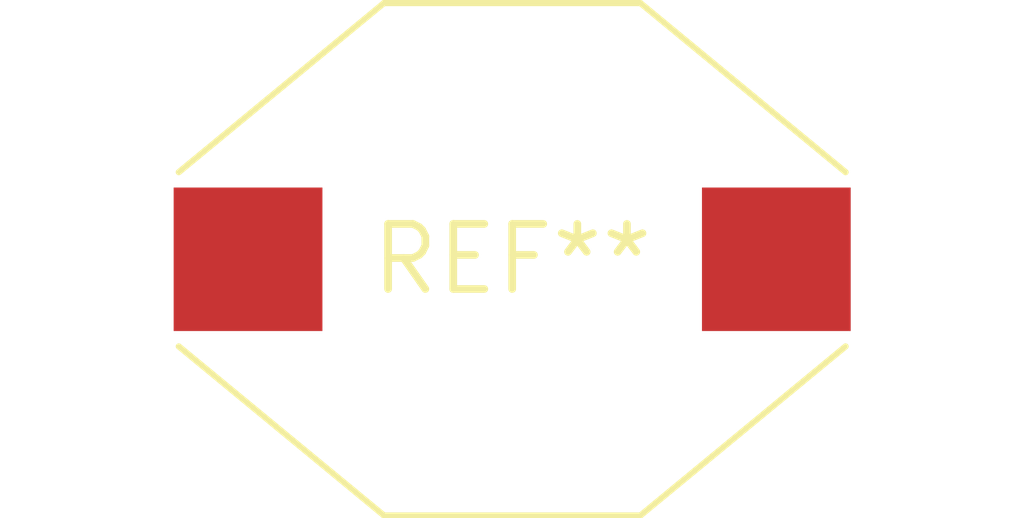
<source format=kicad_pcb>
(kicad_pcb (version 20240108) (generator pcbnew)
  (layers (0 "F.Cu" signal) (31 "B.Cu" signal) (34 "B.Paste" user) (35 "F.Paste" user) (36 "B.SilkS" user "B.Silkscreen") (37 "F.SilkS" user "F.Silkscreen") (38 "B.Mask" user) (39 "F.Mask" user) (44 "Edge.Cuts" user))
  (net 0 "")
  (footprint "L_Neosid_SM-NE95H" (layer "F.Cu") (at 0 0)
    (property "Reference" "REF**")
    (property "Value" "L_Neosid_SM-NE95H")
    (fp_line (start -6.5 -1.7) (end -2.5 -5) (layer "F.SilkS") (stroke (width 0.12)))
    (fp_line (start -2.5 -5) (end 2.5 -5) (layer "F.SilkS") (stroke (width 0.12)))
    (fp_line (start -2.5 5) (end -6.5 1.7) (layer "F.SilkS") (stroke (width 0.12)))
    (fp_line (start 2.5 -5) (end 6.5 -1.7) (layer "F.SilkS") (stroke (width 0.12)))
    (fp_line (start 2.5 5) (end -2.5 5) (layer "F.SilkS") (stroke (width 0.12)))
    (fp_line (start 6.5 1.7) (end 2.5 5) (layer "F.SilkS") (stroke (width 0.12)))
    (pad "1" smd rect (at -5.15 0) (size 2.9 2.8) (layers "F.Cu" "F.Paste" "F.Mask"))
    (pad "2" smd rect (at 5.15 0) (size 2.9 2.8) (layers "F.Cu" "F.Paste" "F.Mask"))
  )
)
</source>
